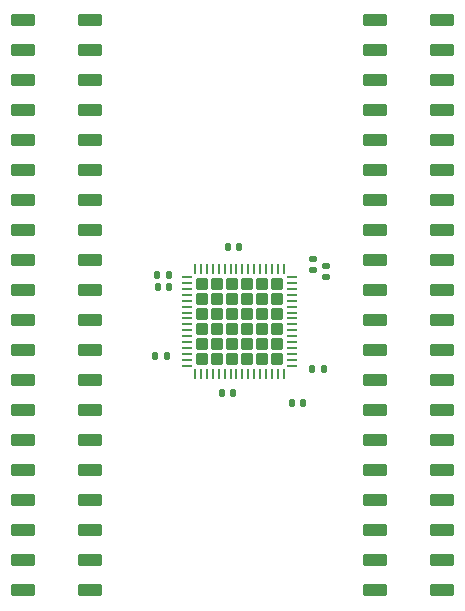
<source format=gbr>
G04 #@! TF.GenerationSoftware,KiCad,Pcbnew,7.0.10-7.0.10~ubuntu22.04.1*
G04 #@! TF.CreationDate,2024-02-20T17:40:51-05:00*
G04 #@! TF.ProjectId,caravel-breakout-qfn,63617261-7665-46c2-9d62-7265616b6f75,2.2*
G04 #@! TF.SameCoordinates,PX2dc6c00PY42c1d80*
G04 #@! TF.FileFunction,Paste,Top*
G04 #@! TF.FilePolarity,Positive*
%FSLAX46Y46*%
G04 Gerber Fmt 4.6, Leading zero omitted, Abs format (unit mm)*
G04 Created by KiCad (PCBNEW 7.0.10-7.0.10~ubuntu22.04.1) date 2024-02-20 17:40:51*
%MOMM*%
%LPD*%
G01*
G04 APERTURE LIST*
G04 Aperture macros list*
%AMRoundRect*
0 Rectangle with rounded corners*
0 $1 Rounding radius*
0 $2 $3 $4 $5 $6 $7 $8 $9 X,Y pos of 4 corners*
0 Add a 4 corners polygon primitive as box body*
4,1,4,$2,$3,$4,$5,$6,$7,$8,$9,$2,$3,0*
0 Add four circle primitives for the rounded corners*
1,1,$1+$1,$2,$3*
1,1,$1+$1,$4,$5*
1,1,$1+$1,$6,$7*
1,1,$1+$1,$8,$9*
0 Add four rect primitives between the rounded corners*
20,1,$1+$1,$2,$3,$4,$5,0*
20,1,$1+$1,$4,$5,$6,$7,0*
20,1,$1+$1,$6,$7,$8,$9,0*
20,1,$1+$1,$8,$9,$2,$3,0*%
G04 Aperture macros list end*
%ADD10RoundRect,0.140000X-0.170000X0.140000X-0.170000X-0.140000X0.170000X-0.140000X0.170000X0.140000X0*%
%ADD11RoundRect,0.140000X0.140000X0.170000X-0.140000X0.170000X-0.140000X-0.170000X0.140000X-0.170000X0*%
%ADD12RoundRect,0.140000X-0.140000X-0.170000X0.140000X-0.170000X0.140000X0.170000X-0.140000X0.170000X0*%
%ADD13RoundRect,0.102000X-0.898000X-0.408000X0.898000X-0.408000X0.898000X0.408000X-0.898000X0.408000X0*%
%ADD14RoundRect,0.250000X-0.265000X0.265000X-0.265000X-0.265000X0.265000X-0.265000X0.265000X0.265000X0*%
%ADD15RoundRect,0.062500X-0.062500X0.362500X-0.062500X-0.362500X0.062500X-0.362500X0.062500X0.362500X0*%
%ADD16RoundRect,0.062500X-0.362500X0.062500X-0.362500X-0.062500X0.362500X-0.062500X0.362500X0.062500X0*%
G04 APERTURE END LIST*
D10*
X30400000Y29580000D03*
X30400000Y28620000D03*
D11*
X30210000Y20900000D03*
X29250000Y20900000D03*
X22580000Y18800000D03*
X21620000Y18800000D03*
D12*
X16130000Y28850000D03*
X17090000Y28850000D03*
X16150000Y27850000D03*
X17110000Y27850000D03*
D11*
X16910000Y21950000D03*
X15950000Y21950000D03*
D12*
X22120000Y31200000D03*
X23080000Y31200000D03*
D13*
X34550000Y50380000D03*
X40250000Y50380000D03*
X34550000Y47840000D03*
X40250000Y47840000D03*
X34550000Y45300000D03*
X40250000Y45300000D03*
X34550000Y42760000D03*
X40250000Y42760000D03*
X34550000Y40220000D03*
X40250000Y40220000D03*
X34550000Y37680000D03*
X40250000Y37680000D03*
X34550000Y35140000D03*
X40250000Y35140000D03*
X34550000Y32600000D03*
X40250000Y32600000D03*
X34550000Y30060000D03*
X40250000Y30060000D03*
X34550000Y27520000D03*
X40250000Y27520000D03*
X34550000Y24980000D03*
X40250000Y24980000D03*
X34550000Y22440000D03*
X40250000Y22440000D03*
X34550000Y19900000D03*
X40250000Y19900000D03*
X34550000Y17360000D03*
X40250000Y17360000D03*
X34550000Y14820000D03*
X40250000Y14820000D03*
X34550000Y12280000D03*
X40250000Y12280000D03*
X34550000Y9740000D03*
X40250000Y9740000D03*
X34550000Y7200000D03*
X40250000Y7200000D03*
X34550000Y4660000D03*
X40250000Y4660000D03*
X34550000Y2120000D03*
X40250000Y2120000D03*
D10*
X29300000Y30180000D03*
X29300000Y29220000D03*
D12*
X27520000Y18000000D03*
X28480000Y18000000D03*
D14*
X26280000Y28100000D03*
X25000000Y28100000D03*
X23720000Y28100000D03*
X22440000Y28100000D03*
X21160000Y28100000D03*
X19880000Y28100000D03*
X26280000Y26820000D03*
X25000000Y26820000D03*
X23720000Y26820000D03*
X22440000Y26820000D03*
X21160000Y26820000D03*
X19880000Y26820000D03*
X26280000Y25540000D03*
X25000000Y25540000D03*
X23720000Y25540000D03*
X22440000Y25540000D03*
X21160000Y25540000D03*
X19880000Y25540000D03*
X26280000Y24260000D03*
X25000000Y24260000D03*
X23720000Y24260000D03*
X22440000Y24260000D03*
X21160000Y24260000D03*
X19880000Y24260000D03*
X26280000Y22980000D03*
X25000000Y22980000D03*
X23720000Y22980000D03*
X22440000Y22980000D03*
X21160000Y22980000D03*
X19880000Y22980000D03*
X26280000Y21700000D03*
X25000000Y21700000D03*
X23720000Y21700000D03*
X22440000Y21700000D03*
X21160000Y21700000D03*
X19880000Y21700000D03*
D15*
X26830000Y29350000D03*
X26330000Y29350000D03*
X25830000Y29350000D03*
X25330000Y29350000D03*
X24830000Y29350000D03*
X24330000Y29350000D03*
X23830000Y29350000D03*
X23330000Y29350000D03*
X22830000Y29350000D03*
X22330000Y29350000D03*
X21830000Y29350000D03*
X21330000Y29350000D03*
X20830000Y29350000D03*
X20330000Y29350000D03*
X19830000Y29350000D03*
X19330000Y29350000D03*
D16*
X18630000Y28650000D03*
X18630000Y28150000D03*
X18630000Y27650000D03*
X18630000Y27150000D03*
X18630000Y26650000D03*
X18630000Y26150000D03*
X18630000Y25650000D03*
X18630000Y25150000D03*
X18630000Y24650000D03*
X18630000Y24150000D03*
X18630000Y23650000D03*
X18630000Y23150000D03*
X18630000Y22650000D03*
X18630000Y22150000D03*
X18630000Y21650000D03*
X18630000Y21150000D03*
D15*
X19330000Y20450000D03*
X19830000Y20450000D03*
X20330000Y20450000D03*
X20830000Y20450000D03*
X21330000Y20450000D03*
X21830000Y20450000D03*
X22330000Y20450000D03*
X22830000Y20450000D03*
X23330000Y20450000D03*
X23830000Y20450000D03*
X24330000Y20450000D03*
X24830000Y20450000D03*
X25330000Y20450000D03*
X25830000Y20450000D03*
X26330000Y20450000D03*
X26830000Y20450000D03*
D16*
X27530000Y21150000D03*
X27530000Y21650000D03*
X27530000Y22150000D03*
X27530000Y22650000D03*
X27530000Y23150000D03*
X27530000Y23650000D03*
X27530000Y24150000D03*
X27530000Y24650000D03*
X27530000Y25150000D03*
X27530000Y25650000D03*
X27530000Y26150000D03*
X27530000Y26650000D03*
X27530000Y27150000D03*
X27530000Y27650000D03*
X27530000Y28150000D03*
X27530000Y28650000D03*
D13*
X4750000Y50380000D03*
X10450000Y50380000D03*
X4750000Y47840000D03*
X10450000Y47840000D03*
X4750000Y45300000D03*
X10450000Y45300000D03*
X4750000Y42760000D03*
X10450000Y42760000D03*
X4750000Y40220000D03*
X10450000Y40220000D03*
X4750000Y37680000D03*
X10450000Y37680000D03*
X4750000Y35140000D03*
X10450000Y35140000D03*
X4750000Y32600000D03*
X10450000Y32600000D03*
X4750000Y30060000D03*
X10450000Y30060000D03*
X4750000Y27520000D03*
X10450000Y27520000D03*
X4750000Y24980000D03*
X10450000Y24980000D03*
X4750000Y22440000D03*
X10450000Y22440000D03*
X4750000Y19900000D03*
X10450000Y19900000D03*
X4750000Y17360000D03*
X10450000Y17360000D03*
X4750000Y14820000D03*
X10450000Y14820000D03*
X4750000Y12280000D03*
X10450000Y12280000D03*
X4750000Y9740000D03*
X10450000Y9740000D03*
X4750000Y7200000D03*
X10450000Y7200000D03*
X4750000Y4660000D03*
X10450000Y4660000D03*
X4750000Y2120000D03*
X10450000Y2120000D03*
M02*

</source>
